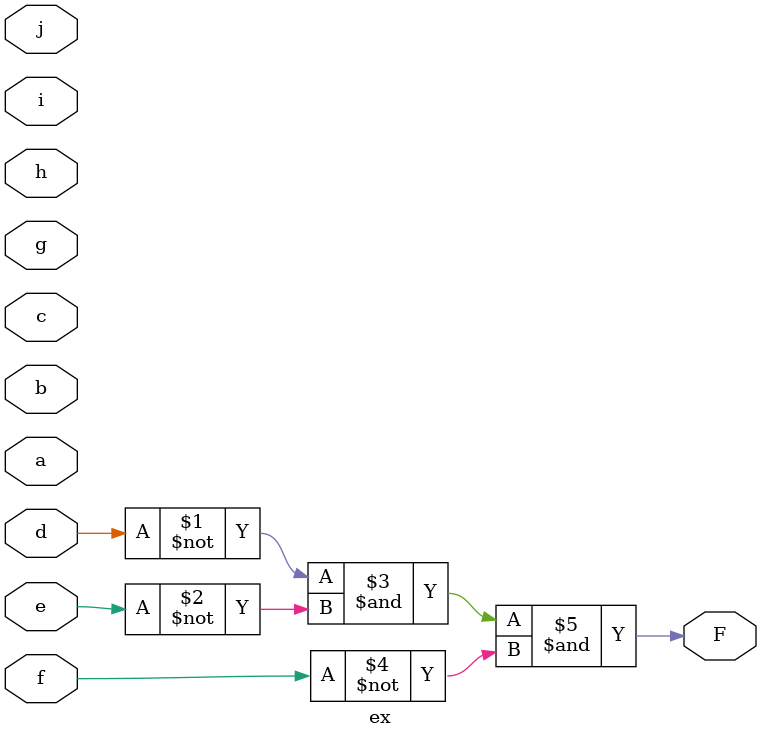
<source format=v>

module ex ( 
    a, b, c, d, e, f, g, h, i, j,
    F  );
  input  a, b, c, d, e, f, g, h, i, j;
  output F;
  assign F = ~d & ~e & ~f;
endmodule



</source>
